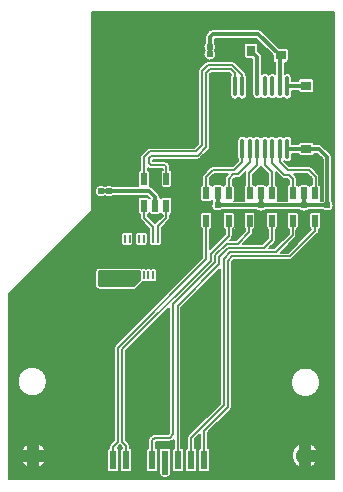
<source format=gtl>
G04 Layer: TopLayer*
G04 EasyEDA Pro v2.2.46.11, 2026-02-17 18:28:56*
G04 Gerber Generator version 0.3*
G04 Scale: 100 percent, Rotated: No, Reflected: No*
G04 Dimensions in millimeters*
G04 Leading zeros omitted, absolute positions, 4 integers and 5 decimals*
G04 Generated by one-click*
%FSLAX45Y45*%
%MOMM*%
%ADD10C,0.2032*%
%ADD11C,0.1524*%
%ADD12C,1.02108*%
%ADD13C,1.524*%
%ADD14R,0.9X0.8*%
%ADD15R,0.8X0.9*%
%ADD16R,0.532X1.07201*%
%ADD17R,0.6086X1.6*%
%ADD18R,0.6X1.6*%
%ADD19R,1.15001X2.2*%
%ADD20R,1.15001X2.49999*%
%ADD21R,1.5X1.15001*%
%ADD22R,1.15999X1.2*%
%ADD23R,1.15999X1.25001*%
%ADD24O,0.3556X1.8148*%
%ADD25O,0.35601X1.81501*%
%ADD26R,0.2X0.7*%
%ADD27C,0.61976*%
%ADD28C,0.3556*%
G75*


G04 Copper Start*
G36*
G01X1123552Y1783080D02*
G01X1127376Y1779255D01*
G01X1127376Y1716000D01*
G01X1127760Y1711584D01*
G01X1127760Y1711088D01*
G01X1077832Y1661160D01*
G01X791608Y1661160D01*
G01X782320Y1670448D01*
G01X782320Y1778872D01*
G01X786528Y1783080D01*
G01X1123552Y1783080D01*
G37*
G36*
G01X723073Y2300000D02*
G01X723073Y2463545D01*
G01X748579Y2463545D01*
G01X750247Y2450218D01*
G01X755149Y2437714D01*
G01X762982Y2426804D01*
G01X773263Y2418162D01*
G01X785357Y2412321D01*
G01X798517Y2409641D01*
G01X811932Y2410288D01*
G01X824774Y2414222D01*
G01X836249Y2421200D01*
G01X846829Y2414634D01*
G01X858630Y2410662D01*
G01X871026Y2409496D01*
G01X883361Y2411197D01*
G01X894979Y2415674D01*
G01X905265Y2422691D01*
G01X1192373Y2422691D01*
G01X1202460Y2412605D01*
G01X1197127Y2414693D01*
G01X1191444Y2415404D01*
G01X1138244Y2415404D01*
G01X1129414Y2413648D01*
G01X1121929Y2408646D01*
G01X1116927Y2401161D01*
G01X1115170Y2392331D01*
G01X1115170Y2285130D01*
G01X1116358Y2277823D01*
G01X1119799Y2271268D01*
G01X1125138Y2266140D01*
G01X1131827Y2262967D01*
G01X1131827Y2238540D01*
G01X1132959Y2229939D01*
G01X1136279Y2221923D01*
G01X1141560Y2215041D01*
G01X1209766Y2146834D01*
G01X1209766Y2059000D01*
G01X1209926Y2055743D01*
G01X1209926Y2024000D01*
G01X1211683Y2015170D01*
G01X1216684Y2007685D01*
G01X1224170Y2002683D01*
G01X1233000Y2000927D01*
G01X1253000Y2000927D01*
G01X1258129Y2001504D01*
G01X1263002Y2003208D01*
G01X1267875Y2001504D01*
G01X1273005Y2000927D01*
G01X1293005Y2000927D01*
G01X1301835Y2002683D01*
G01X1309320Y2007685D01*
G01X1314322Y2015170D01*
G01X1316078Y2024000D01*
G01X1316078Y2055743D01*
G01X1316238Y2059000D01*
G01X1316238Y2153159D01*
G01X1378742Y2215663D01*
G01X1384023Y2222546D01*
G01X1387343Y2230561D01*
G01X1388476Y2239162D01*
G01X1388476Y2263157D01*
G01X1396828Y2267941D01*
G01X1402502Y2275716D01*
G01X1404510Y2285130D01*
G01X1404510Y2392331D01*
G01X1402753Y2401161D01*
G01X1397751Y2408646D01*
G01X1390266Y2413648D01*
G01X1381436Y2415404D01*
G01X1328236Y2415404D01*
G01X1319731Y2413780D01*
G01X1312424Y2409135D01*
G01X1307344Y2402124D01*
G01X1304511Y2406703D01*
G01X1300693Y2410501D01*
G01X1300693Y2413000D01*
G01X1299301Y2423574D01*
G01X1295220Y2433427D01*
G01X1288728Y2441888D01*
G01X1238183Y2492432D01*
G01X1230475Y2498479D01*
G01X1221550Y2502517D01*
G01X1211920Y2504314D01*
G01X1213859Y2509475D01*
G01X1214518Y2514949D01*
G01X1214518Y2622150D01*
G01X1213348Y2629404D01*
G01X1209957Y2635922D01*
G01X1204689Y2641043D01*
G01X1198077Y2644249D01*
G01X1198077Y2661444D01*
G01X1199909Y2659612D01*
G01X1206792Y2654331D01*
G01X1214807Y2651011D01*
G01X1223409Y2649878D01*
G01X1322255Y2649878D01*
G01X1322255Y2644435D01*
G01X1315411Y2641331D01*
G01X1309928Y2636192D01*
G01X1306386Y2629564D01*
G01X1305162Y2622150D01*
G01X1305162Y2514949D01*
G01X1306919Y2506119D01*
G01X1311921Y2498634D01*
G01X1319406Y2493632D01*
G01X1328236Y2491876D01*
G01X1381436Y2491876D01*
G01X1390266Y2493632D01*
G01X1396339Y2497690D01*
G01X1643490Y2497690D01*
G01X1643490Y2390489D01*
G01X1645247Y2381659D01*
G01X1650249Y2374174D01*
G01X1657734Y2369172D01*
G01X1666564Y2367416D01*
G01X1719764Y2367416D01*
G01X1728269Y2369040D01*
G01X1735576Y2373685D01*
G01X1740656Y2380696D01*
G01X1744876Y2374526D01*
G01X1738334Y2363112D01*
G01X1734743Y2350457D01*
G01X1734315Y2337308D01*
G01X1737075Y2324446D01*
G01X1742860Y2312631D01*
G01X1751327Y2302563D01*
G01X1761975Y2294838D01*
G01X1774174Y2289914D01*
G01X1787201Y2288082D01*
G01X1800285Y2289451D01*
G01X1812651Y2293940D01*
G01X1823567Y2301282D01*
G01X2120212Y2301282D01*
G01X2130843Y2294085D01*
G01X2142871Y2289598D01*
G01X2155618Y2288074D01*
G01X2168366Y2289598D01*
G01X2180394Y2294085D01*
G01X2191025Y2301282D01*
G01X2191025Y2301282D01*
G01X2485222Y2301282D01*
G01X2495853Y2294085D01*
G01X2507882Y2289598D01*
G01X2520630Y2288074D01*
G01X2533377Y2289599D01*
G01X2545406Y2294086D01*
G01X2556037Y2301283D01*
G01X2682393Y2301283D01*
G01X2693597Y2293795D01*
G01X2706305Y2289311D01*
G01X2719727Y2288110D01*
G01X2733029Y2290265D01*
G01X2745385Y2295643D01*
G01X2756027Y2303909D01*
G01X2764294Y2314551D01*
G01X2769672Y2326907D01*
G01X2771827Y2340210D01*
G01X2770625Y2353632D01*
G01X2766141Y2366339D01*
G01X2758653Y2377543D01*
G01X2758653Y2748280D01*
G01X2757261Y2758854D01*
G01X2753180Y2768707D01*
G01X2746688Y2777168D01*
G01X2674447Y2849408D01*
G01X2665986Y2855901D01*
G01X2656133Y2859982D01*
G01X2645559Y2861374D01*
G01X2608068Y2861374D01*
G01X2606075Y2869938D01*
G01X2601022Y2877135D01*
G01X2593643Y2881918D01*
G01X2585011Y2883594D01*
G01X2495011Y2883594D01*
G01X2486402Y2881927D01*
G01X2479036Y2877169D01*
G01X2473978Y2870006D01*
G01X2471957Y2861473D01*
G01X2419563Y2861473D01*
G01X2419563Y2893579D01*
G01X2417646Y2905949D01*
G01X2412072Y2917158D01*
G01X2403367Y2926153D01*
G01X2392346Y2932090D01*
G01X2380046Y2934411D01*
G01X2367620Y2932899D01*
G01X2356235Y2927695D01*
G01X2346960Y2919288D01*
G01X2338056Y2927448D01*
G01X2327155Y2932648D01*
G01X2315210Y2934433D01*
G01X2303265Y2932648D01*
G01X2292364Y2927448D01*
G01X2283460Y2919288D01*
G01X2274556Y2927448D01*
G01X2263655Y2932648D01*
G01X2251710Y2934433D01*
G01X2239765Y2932648D01*
G01X2228864Y2927448D01*
G01X2219960Y2919288D01*
G01X2211056Y2927448D01*
G01X2200155Y2932648D01*
G01X2188210Y2934433D01*
G01X2176265Y2932648D01*
G01X2165364Y2927448D01*
G01X2156460Y2919288D01*
G01X2147556Y2927448D01*
G01X2136655Y2932648D01*
G01X2124710Y2934433D01*
G01X2112765Y2932648D01*
G01X2101864Y2927448D01*
G01X2092960Y2919288D01*
G01X2084056Y2927448D01*
G01X2073155Y2932648D01*
G01X2061210Y2934433D01*
G01X2049265Y2932648D01*
G01X2038364Y2927448D01*
G01X2029460Y2919288D01*
G01X2020185Y2927695D01*
G01X2008800Y2932899D01*
G01X1996374Y2934411D01*
G01X1984074Y2932090D01*
G01X1973053Y2926153D01*
G01X1964348Y2917158D01*
G01X1958774Y2905949D01*
G01X1956857Y2893579D01*
G01X1956857Y2747659D01*
G01X1958808Y2735183D01*
G01X1964477Y2723899D01*
G01X1964477Y2722676D01*
G01X1916634Y2674833D01*
G01X1747520Y2674833D01*
G01X1738919Y2673701D01*
G01X1730903Y2670381D01*
G01X1724020Y2665100D01*
G01X1669664Y2610744D01*
G01X1664383Y2603861D01*
G01X1661063Y2595845D01*
G01X1659931Y2587244D01*
G01X1659931Y2519789D01*
G01X1653319Y2516583D01*
G01X1648051Y2511462D01*
G01X1644660Y2504944D01*
G01X1643490Y2497690D01*
G01X1396339Y2497690D01*
G01X1397751Y2498634D01*
G01X1402753Y2506119D01*
G01X1404510Y2514949D01*
G01X1404510Y2622150D01*
G01X1402537Y2631485D01*
G01X1396956Y2639224D01*
G01X1388722Y2644043D01*
G01X1388722Y2668743D01*
G01X1387589Y2677345D01*
G01X1384269Y2685360D01*
G01X1378988Y2692243D01*
G01X1364619Y2706611D01*
G01X1357737Y2711893D01*
G01X1349721Y2715212D01*
G01X1341120Y2716345D01*
G01X1242273Y2716345D01*
G01X1242273Y2729945D01*
G01X1242615Y2730287D01*
G01X1620009Y2730287D01*
G01X1628611Y2731419D01*
G01X1636626Y2734739D01*
G01X1643509Y2740020D01*
G01X1715140Y2811651D01*
G01X1720421Y2818534D01*
G01X1723741Y2826549D01*
G01X1724873Y2835151D01*
G01X1724873Y3451305D01*
G01X1735375Y3461807D01*
G01X1884884Y3461807D01*
G01X1899928Y3446763D01*
G01X1895019Y3436112D01*
G01X1893336Y3424505D01*
G01X1893336Y3278605D01*
G01X1895255Y3266229D01*
G01X1900832Y3255014D01*
G01X1909543Y3246014D01*
G01X1920569Y3240075D01*
G01X1932877Y3237753D01*
G01X1945310Y3239268D01*
G01X1956700Y3244476D01*
G01X1965979Y3252888D01*
G01X1975257Y3244490D01*
G01X1986642Y3239295D01*
G01X1999065Y3237790D01*
G01X2011361Y3240115D01*
G01X2022376Y3246054D01*
G01X2031077Y3255048D01*
G01X2036647Y3266254D01*
G01X2038563Y3278621D01*
G01X2038563Y3424541D01*
G01X2036594Y3437073D01*
G01X2030875Y3448396D01*
G01X2029415Y3456233D01*
G01X2026130Y3463497D01*
G01X2021210Y3469769D01*
G01X1936879Y3554100D01*
G01X1929996Y3559381D01*
G01X1921981Y3562701D01*
G01X1913379Y3563833D01*
G01X1706880Y3563833D01*
G01X1698279Y3562701D01*
G01X1690263Y3559381D01*
G01X1683380Y3554100D01*
G01X1632580Y3503300D01*
G01X1627299Y3496417D01*
G01X1623979Y3488401D01*
G01X1622847Y3479800D01*
G01X1622847Y2863646D01*
G01X1591514Y2832313D01*
G01X1591514Y2832313D01*
G01X1214120Y2832313D01*
G01X1205519Y2831181D01*
G01X1197503Y2827861D01*
G01X1190620Y2822580D01*
G01X1141344Y2773304D01*
G01X1136063Y2766421D01*
G01X1132743Y2758405D01*
G01X1131611Y2749804D01*
G01X1131611Y2644249D01*
G01X1124999Y2641043D01*
G01X1119731Y2635922D01*
G01X1116340Y2629404D01*
G01X1115170Y2622150D01*
G01X1115170Y2514949D01*
G01X1115818Y2509521D01*
G01X1117724Y2504398D01*
G01X905265Y2504398D01*
G01X894979Y2511415D01*
G01X883361Y2515893D01*
G01X871026Y2517593D01*
G01X858630Y2516427D01*
G01X846829Y2512455D01*
G01X836249Y2505889D01*
G01X824774Y2512867D01*
G01X811932Y2516802D01*
G01X798517Y2517449D01*
G01X785357Y2514769D01*
G01X773263Y2508928D01*
G01X762982Y2500285D01*
G01X755149Y2489375D01*
G01X750247Y2476871D01*
G01X748579Y2463545D01*
G01X723073Y2463545D01*
G01X723073Y3681067D01*
G01X1668306Y3681067D01*
G01X1671634Y3666903D01*
G01X1678619Y3654139D01*
G01X1672129Y3642620D01*
G01X1668629Y3629871D01*
G01X1668328Y3616654D01*
G01X1671244Y3603759D01*
G01X1677202Y3591957D01*
G01X1685847Y3581954D01*
G01X1696661Y3574348D01*
G01X1708998Y3569595D01*
G01X1722120Y3567979D01*
G01X1735242Y3569595D01*
G01X1747579Y3574348D01*
G01X1758393Y3581954D01*
G01X1767038Y3591957D01*
G01X1772996Y3603759D01*
G01X1775912Y3616654D01*
G01X1775611Y3629871D01*
G01X1772111Y3642620D01*
G01X1765621Y3654139D01*
G01X1772606Y3666903D01*
G01X1775934Y3681067D01*
G01X1775363Y3695606D01*
G01X1770936Y3709466D01*
G01X1762973Y3721644D01*
G01X1762973Y3752183D01*
G01X1764442Y3753651D01*
G01X2116945Y3753651D01*
G01X2253498Y3617097D01*
G01X2253498Y3573000D01*
G01X2255166Y3564387D01*
G01X2259929Y3557019D01*
G01X2267098Y3551961D01*
G01X2275638Y3549946D01*
G01X2275638Y3457654D01*
G01X2264660Y3463287D01*
G01X2252502Y3465387D01*
G01X2240271Y3463760D01*
G01X2229083Y3458556D01*
G01X2219960Y3450250D01*
G01X2211095Y3458383D01*
G01X2200247Y3463581D01*
G01X2188354Y3465394D01*
G01X2176449Y3463665D01*
G01X2165563Y3458543D01*
G01X2165563Y3599341D01*
G01X2164171Y3609914D01*
G01X2160090Y3619767D01*
G01X2153598Y3628228D01*
G01X2134593Y3647233D01*
G01X2134593Y3697531D01*
G01X2132837Y3706361D01*
G01X2127835Y3713846D01*
G01X2120349Y3718848D01*
G01X2111520Y3720604D01*
G01X2031520Y3720604D01*
G01X2022690Y3718848D01*
G01X2015204Y3713846D01*
G01X2010203Y3706361D01*
G01X2008446Y3697531D01*
G01X2008446Y3607531D01*
G01X2010203Y3598701D01*
G01X2015204Y3591216D01*
G01X2022690Y3586214D01*
G01X2031520Y3584458D01*
G01X2081818Y3584458D01*
G01X2083857Y3582419D01*
G01X2083857Y3278621D01*
G01X2085774Y3266251D01*
G01X2091348Y3255042D01*
G01X2100053Y3246047D01*
G01X2111074Y3240110D01*
G01X2123374Y3237789D01*
G01X2135800Y3239301D01*
G01X2147185Y3244505D01*
G01X2156460Y3252912D01*
G01X2165364Y3244752D01*
G01X2176265Y3239552D01*
G01X2188210Y3237767D01*
G01X2200155Y3239552D01*
G01X2211056Y3244752D01*
G01X2219960Y3252912D01*
G01X2228860Y3244755D01*
G01X2239755Y3239555D01*
G01X2251695Y3237767D01*
G01X2263635Y3239547D01*
G01X2274535Y3244738D01*
G01X2283441Y3252888D01*
G01X2292350Y3244722D01*
G01X2303257Y3239518D01*
G01X2315210Y3237732D01*
G01X2327163Y3239518D01*
G01X2338070Y3244722D01*
G01X2346979Y3252888D01*
G01X2356257Y3244490D01*
G01X2367642Y3239295D01*
G01X2380065Y3237790D01*
G01X2392361Y3240115D01*
G01X2403376Y3246054D01*
G01X2412077Y3255048D01*
G01X2417647Y3266254D01*
G01X2419563Y3278621D01*
G01X2419563Y3310727D01*
G01X2472718Y3310727D01*
G01X2475830Y3303902D01*
G01X2480968Y3298435D01*
G01X2487587Y3294906D01*
G01X2494989Y3293686D01*
G01X2584989Y3293686D01*
G01X2593819Y3295443D01*
G01X2601304Y3300444D01*
G01X2606306Y3307930D01*
G01X2608062Y3316760D01*
G01X2608062Y3396760D01*
G01X2606306Y3405589D01*
G01X2601304Y3413075D01*
G01X2593819Y3418077D01*
G01X2584989Y3419833D01*
G01X2494989Y3419833D01*
G01X2486159Y3418077D01*
G01X2478674Y3413075D01*
G01X2473672Y3405589D01*
G01X2471916Y3396760D01*
G01X2471916Y3392434D01*
G01X2419563Y3392434D01*
G01X2419563Y3424541D01*
G01X2417702Y3436732D01*
G01X2412288Y3447812D01*
G01X2403814Y3456771D01*
G01X2393052Y3462794D01*
G01X2380984Y3465331D01*
G01X2368708Y3464151D01*
G01X2357344Y3459362D01*
G01X2357344Y3549927D01*
G01X2366571Y3549927D01*
G01X2375401Y3551683D01*
G01X2382886Y3556685D01*
G01X2387888Y3564171D01*
G01X2389644Y3573000D01*
G01X2389644Y3653000D01*
G01X2387888Y3661830D01*
G01X2382886Y3669316D01*
G01X2375401Y3674317D01*
G01X2366571Y3676074D01*
G01X2310072Y3676074D01*
G01X2162754Y3823392D01*
G01X2154293Y3829885D01*
G01X2144440Y3833966D01*
G01X2133867Y3835358D01*
G01X1747520Y3835358D01*
G01X1747520Y3835358D01*
G01X1736946Y3833966D01*
G01X1727093Y3829885D01*
G01X1718632Y3823392D01*
G01X1693232Y3797992D01*
G01X1686740Y3789531D01*
G01X1682659Y3779678D01*
G01X1681267Y3769105D01*
G01X1681267Y3721644D01*
G01X1673304Y3709466D01*
G01X1668877Y3695606D01*
G01X1668306Y3681067D01*
G01X723073Y3681067D01*
G01X723073Y3976927D01*
G01X2776927Y3976927D01*
G01X2776927Y23073D01*
G01X23073Y23073D01*
G01X23073Y224400D01*
G01X117486Y224400D01*
G01X119393Y203818D01*
G01X125050Y183936D01*
G01X134264Y165432D01*
G01X146721Y148937D01*
G01X161996Y135011D01*
G01X179571Y124129D01*
G01X198846Y116662D01*
G01X219165Y112864D01*
G01X239835Y112864D01*
G01X260154Y116662D01*
G01X279429Y124129D01*
G01X297003Y135011D01*
G01X312279Y148937D01*
G01X324736Y165432D01*
G01X333950Y183936D01*
G01X339607Y203818D01*
G01X341514Y224400D01*
G01X339607Y244983D01*
G01X333950Y264864D01*
G01X332535Y267706D01*
G01X851218Y267706D01*
G01X851218Y107706D01*
G01X852974Y98876D01*
G01X857976Y91391D01*
G01X865461Y86389D01*
G01X874291Y84633D01*
G01X934291Y84633D01*
G01X943121Y86389D01*
G01X950606Y91391D01*
G01X955608Y98876D01*
G01X957364Y107706D01*
G01X957364Y267706D01*
G01X956222Y274874D01*
G01X952910Y281333D01*
G01X947756Y286443D01*
G01X941269Y289699D01*
G01X962685Y311116D01*
G01X981065Y292736D01*
G01X981065Y290552D01*
G01X973274Y287975D01*
G01X966877Y282835D01*
G01X962684Y275781D01*
G01X961225Y267706D01*
G01X961225Y107706D01*
G01X962981Y98876D01*
G01X967983Y91391D01*
G01X975468Y86389D01*
G01X984298Y84633D01*
G01X1044298Y84633D01*
G01X1053128Y86389D01*
G01X1060613Y91391D01*
G01X1065615Y98876D01*
G01X1067372Y107706D01*
G01X1067372Y267706D01*
G01X1065912Y275781D01*
G01X1061719Y282835D01*
G01X1055323Y287975D01*
G01X1047532Y290552D01*
G01X1047532Y306502D01*
G01X1046399Y315103D01*
G01X1043079Y323118D01*
G01X1037798Y330001D01*
G01X1013673Y354126D01*
G01X1013673Y1109482D01*
G01X1380470Y1476279D01*
G01X1380470Y418012D01*
G01X1371611Y409153D01*
G01X1254760Y409153D01*
G01X1246159Y408021D01*
G01X1238143Y404701D01*
G01X1231260Y399420D01*
G01X1210788Y378947D01*
G01X1205507Y372064D01*
G01X1202187Y364049D01*
G01X1201054Y355448D01*
G01X1201054Y290552D01*
G01X1193263Y287975D01*
G01X1186867Y282835D01*
G01X1182674Y275781D01*
G01X1181214Y267706D01*
G01X1181214Y107706D01*
G01X1182971Y98876D01*
G01X1187972Y91391D01*
G01X1195458Y86389D01*
G01X1204288Y84633D01*
G01X1264288Y84633D01*
G01X1267280Y85228D01*
G01X1290272Y85228D01*
G01X1291661Y70845D01*
G01X1296810Y57343D01*
G01X1305352Y45687D01*
G01X1316677Y36711D01*
G01X1329974Y31055D01*
G01X1344295Y29124D01*
G01X1344295Y29124D01*
G01X1358616Y31055D01*
G01X1371913Y36711D01*
G01X1383238Y45687D01*
G01X1391780Y57343D01*
G01X1396929Y70845D01*
G01X1398318Y85228D01*
G01X1395847Y99466D01*
G01X1397368Y107706D01*
G01X1397368Y267706D01*
G01X1395612Y276536D01*
G01X1390610Y284021D01*
G01X1383125Y289023D01*
G01X1374295Y290779D01*
G01X1314295Y290779D01*
G01X1305465Y289023D01*
G01X1297980Y284021D01*
G01X1292978Y276536D01*
G01X1291222Y267706D01*
G01X1291222Y107706D01*
G01X1292743Y99466D01*
G01X1290272Y85228D01*
G01X1267280Y85228D01*
G01X1273117Y86389D01*
G01X1280603Y91391D01*
G01X1285605Y98876D01*
G01X1287361Y107706D01*
G01X1287361Y267706D01*
G01X1285902Y275781D01*
G01X1281709Y282835D01*
G01X1275312Y287975D01*
G01X1267521Y290552D01*
G01X1267521Y341682D01*
G01X1268526Y342687D01*
G01X1385377Y342687D01*
G01X1393978Y343819D01*
G01X1401994Y347139D01*
G01X1408876Y352420D01*
G01X1415989Y359533D01*
G01X1415989Y289229D01*
G01X1408251Y284281D01*
G01X1403057Y276707D01*
G01X1401229Y267706D01*
G01X1401229Y107706D01*
G01X1402985Y98876D01*
G01X1407987Y91391D01*
G01X1415473Y86389D01*
G01X1424302Y84633D01*
G01X1484302Y84633D01*
G01X1493132Y86389D01*
G01X1500618Y91391D01*
G01X1505619Y98876D01*
G01X1507376Y107706D01*
G01X1507376Y267706D01*
G01X1505619Y276536D01*
G01X1500618Y284021D01*
G01X1493132Y289023D01*
G01X1484302Y290779D01*
G01X1482456Y290779D01*
G01X1482456Y1477801D01*
G01X1805645Y1800990D01*
G01X1805645Y663356D01*
G01X1540810Y398521D01*
G01X1535529Y391639D01*
G01X1532209Y383623D01*
G01X1531076Y375022D01*
G01X1531076Y290552D01*
G01X1523285Y287975D01*
G01X1516889Y282835D01*
G01X1512696Y275781D01*
G01X1511237Y267706D01*
G01X1511237Y107706D01*
G01X1512993Y98876D01*
G01X1517995Y91391D01*
G01X1525480Y86389D01*
G01X1534310Y84633D01*
G01X1594310Y84633D01*
G01X1603140Y86389D01*
G01X1610625Y91391D01*
G01X1615627Y98876D01*
G01X1617383Y107706D01*
G01X1617383Y267706D01*
G01X1615924Y275781D01*
G01X1611731Y282835D01*
G01X1605334Y287975D01*
G01X1597543Y290552D01*
G01X1597543Y361256D01*
G01X1641058Y404771D01*
G01X1641058Y290552D01*
G01X1633267Y287975D01*
G01X1626871Y282835D01*
G01X1622678Y275781D01*
G01X1621219Y267706D01*
G01X1621219Y107706D01*
G01X1622975Y98876D01*
G01X1627977Y91391D01*
G01X1635462Y86389D01*
G01X1644292Y84633D01*
G01X1704292Y84633D01*
G01X1713122Y86389D01*
G01X1720607Y91391D01*
G01X1725609Y98876D01*
G01X1727365Y107706D01*
G01X1727365Y224400D01*
G01X2417576Y224400D01*
G01X2419483Y203818D01*
G01X2425140Y183936D01*
G01X2434354Y165432D01*
G01X2446810Y148937D01*
G01X2462086Y135011D01*
G01X2479661Y124129D01*
G01X2498936Y116662D01*
G01X2519254Y112864D01*
G01X2539925Y112864D01*
G01X2560244Y116662D01*
G01X2579519Y124129D01*
G01X2597093Y135011D01*
G01X2612369Y148937D01*
G01X2624826Y165432D01*
G01X2634040Y183936D01*
G01X2639697Y203818D01*
G01X2641604Y224400D01*
G01X2639697Y244983D01*
G01X2634040Y264864D01*
G01X2624826Y283368D01*
G01X2612369Y299863D01*
G01X2597093Y313789D01*
G01X2579519Y324671D01*
G01X2560244Y332138D01*
G01X2539925Y335936D01*
G01X2519254Y335936D01*
G01X2498936Y332138D01*
G01X2479661Y324671D01*
G01X2462086Y313789D01*
G01X2446810Y299863D01*
G01X2434354Y283368D01*
G01X2425140Y264864D01*
G01X2419483Y244983D01*
G01X2417576Y224400D01*
G01X2417576Y224400D01*
G01X1727365Y224400D01*
G01X1727365Y267706D01*
G01X1725906Y275781D01*
G01X1721713Y282835D01*
G01X1715316Y287975D01*
G01X1707525Y290552D01*
G01X1707525Y421006D01*
G01X1897898Y611379D01*
G01X1903179Y618261D01*
G01X1906499Y626277D01*
G01X1907631Y634878D01*
G01X1907631Y844600D01*
G01X2407927Y844600D01*
G01X2409821Y822951D01*
G01X2415445Y801959D01*
G01X2424630Y782263D01*
G01X2437095Y764462D01*
G01X2452461Y749095D01*
G01X2470263Y736630D01*
G01X2489959Y727445D01*
G01X2510951Y721821D01*
G01X2532600Y719927D01*
G01X2554249Y721821D01*
G01X2575241Y727445D01*
G01X2594937Y736630D01*
G01X2612738Y749095D01*
G01X2628105Y764462D01*
G01X2640570Y782263D01*
G01X2649755Y801959D01*
G01X2655379Y822951D01*
G01X2657273Y844600D01*
G01X2655379Y866249D01*
G01X2649755Y887241D01*
G01X2640570Y906937D01*
G01X2628105Y924739D01*
G01X2612738Y940105D01*
G01X2594937Y952570D01*
G01X2575241Y961755D01*
G01X2554249Y967379D01*
G01X2532600Y969273D01*
G01X2510951Y967379D01*
G01X2489959Y961755D01*
G01X2470263Y952570D01*
G01X2452461Y940105D01*
G01X2437095Y924739D01*
G01X2424630Y906937D01*
G01X2415445Y887241D01*
G01X2409821Y866249D01*
G01X2407927Y844600D01*
G01X2407927Y844600D01*
G01X1907631Y844600D01*
G01X1907631Y1861769D01*
G01X1922872Y1877009D01*
G01X2397355Y1877009D01*
G01X2405956Y1878142D01*
G01X2413971Y1881462D01*
G01X2420854Y1886743D01*
G01X2639700Y2105588D01*
G01X2644981Y2112471D01*
G01X2648301Y2120487D01*
G01X2649433Y2129088D01*
G01X2649433Y2139087D01*
G01X2657247Y2144017D01*
G01X2662500Y2151618D01*
G01X2664350Y2160670D01*
G01X2664350Y2267871D01*
G01X2662593Y2276701D01*
G01X2657591Y2284186D01*
G01X2650106Y2289188D01*
G01X2641276Y2290944D01*
G01X2588076Y2290944D01*
G01X2579246Y2289188D01*
G01X2571761Y2284186D01*
G01X2566759Y2276701D01*
G01X2565002Y2267871D01*
G01X2565002Y2160670D01*
G01X2566780Y2151788D01*
G01X2571840Y2144275D01*
G01X2579402Y2139289D01*
G01X2383589Y1943476D01*
G01X2325755Y1943476D01*
G01X2446660Y2064380D01*
G01X2451941Y2071263D01*
G01X2455261Y2079279D01*
G01X2456393Y2087880D01*
G01X2456393Y2138169D01*
G01X2463544Y2141123D01*
G01X2469316Y2146274D01*
G01X2473061Y2153043D01*
G01X2474358Y2160670D01*
G01X2474358Y2267871D01*
G01X2472601Y2276701D01*
G01X2467599Y2284186D01*
G01X2460114Y2289188D01*
G01X2451284Y2290944D01*
G01X2398084Y2290944D01*
G01X2389254Y2289188D01*
G01X2381769Y2284186D01*
G01X2376767Y2276701D01*
G01X2375010Y2267871D01*
G01X2375010Y2160670D01*
G01X2376860Y2151618D01*
G01X2382113Y2144017D01*
G01X2389927Y2139087D01*
G01X2389927Y2101646D01*
G01X2267276Y1978995D01*
G01X2224114Y1978995D01*
G01X2272416Y2027296D01*
G01X2277697Y2034179D01*
G01X2281017Y2042195D01*
G01X2282149Y2050796D01*
G01X2282149Y2138571D01*
G01X2288761Y2141777D01*
G01X2294029Y2146898D01*
G01X2297420Y2153416D01*
G01X2298590Y2160670D01*
G01X2298590Y2267871D01*
G01X2296833Y2276701D01*
G01X2291831Y2284186D01*
G01X2284346Y2289188D01*
G01X2275516Y2290944D01*
G01X2222316Y2290944D01*
G01X2213486Y2289188D01*
G01X2206001Y2284186D01*
G01X2200999Y2276701D01*
G01X2199242Y2267871D01*
G01X2199242Y2160670D01*
G01X2200412Y2153416D01*
G01X2203803Y2146898D01*
G01X2209071Y2141777D01*
G01X2215683Y2138571D01*
G01X2215683Y2064562D01*
G01X2165636Y2014515D01*
G01X2005634Y2014515D01*
G01X2080900Y2089780D01*
G01X2086181Y2096663D01*
G01X2089501Y2104679D01*
G01X2090633Y2113280D01*
G01X2090633Y2138169D01*
G01X2097784Y2141123D01*
G01X2103556Y2146274D01*
G01X2107301Y2153043D01*
G01X2108598Y2160670D01*
G01X2108598Y2267871D01*
G01X2106841Y2276701D01*
G01X2101839Y2284186D01*
G01X2094354Y2289188D01*
G01X2085524Y2290944D01*
G01X2032324Y2290944D01*
G01X2023494Y2289188D01*
G01X2016009Y2284186D01*
G01X2011007Y2276701D01*
G01X2009250Y2267871D01*
G01X2009250Y2160670D01*
G01X2011100Y2151618D01*
G01X2016353Y2144017D01*
G01X2024167Y2139087D01*
G01X2024167Y2127046D01*
G01X1947155Y2050034D01*
G01X1894969Y2050034D01*
G01X1906656Y2061720D01*
G01X1911937Y2068603D01*
G01X1915257Y2076618D01*
G01X1916389Y2085220D01*
G01X1916389Y2138571D01*
G01X1923001Y2141777D01*
G01X1928269Y2146898D01*
G01X1931660Y2153416D01*
G01X1932830Y2160670D01*
G01X1932830Y2267871D01*
G01X1931073Y2276701D01*
G01X1926071Y2284186D01*
G01X1918586Y2289188D01*
G01X1909756Y2290944D01*
G01X1856556Y2290944D01*
G01X1847726Y2289188D01*
G01X1840241Y2284186D01*
G01X1835239Y2276701D01*
G01X1833482Y2267871D01*
G01X1833482Y2160670D01*
G01X1834652Y2153416D01*
G01X1838043Y2146898D01*
G01X1843311Y2141777D01*
G01X1849923Y2138571D01*
G01X1849923Y2098986D01*
G01X1726397Y1975460D01*
G01X1726397Y2138571D01*
G01X1733009Y2141777D01*
G01X1738277Y2146898D01*
G01X1741668Y2153416D01*
G01X1742838Y2160670D01*
G01X1742838Y2267871D01*
G01X1741081Y2276701D01*
G01X1736079Y2284186D01*
G01X1728594Y2289188D01*
G01X1719764Y2290944D01*
G01X1666564Y2290944D01*
G01X1657734Y2289188D01*
G01X1650249Y2284186D01*
G01X1645247Y2276701D01*
G01X1643490Y2267871D01*
G01X1643490Y2160670D01*
G01X1644660Y2153416D01*
G01X1648051Y2146898D01*
G01X1653319Y2141777D01*
G01X1659931Y2138571D01*
G01X1659931Y1899970D01*
G01X921421Y1161460D01*
G01X921421Y1161460D01*
G01X916140Y1154577D01*
G01X912820Y1146562D01*
G01X911687Y1137961D01*
G01X911687Y354116D01*
G01X880791Y323220D01*
G01X875510Y316337D01*
G01X872190Y308321D01*
G01X871057Y299720D01*
G01X871057Y290552D01*
G01X863266Y287975D01*
G01X856870Y282835D01*
G01X852677Y275781D01*
G01X851218Y267706D01*
G01X332535Y267706D01*
G01X324736Y283368D01*
G01X312279Y299863D01*
G01X297003Y313789D01*
G01X279429Y324671D01*
G01X260154Y332138D01*
G01X239835Y335936D01*
G01X219165Y335936D01*
G01X198846Y332138D01*
G01X179571Y324671D01*
G01X161996Y313789D01*
G01X146721Y299863D01*
G01X134264Y283368D01*
G01X125050Y264864D01*
G01X119393Y244983D01*
G01X117486Y224400D01*
G01X117486Y224400D01*
G01X23073Y224400D01*
G01X23073Y851700D01*
G01X94627Y851700D01*
G01X96521Y830051D01*
G01X102145Y809059D01*
G01X111330Y789363D01*
G01X123795Y771562D01*
G01X139162Y756195D01*
G01X156963Y743730D01*
G01X176659Y734545D01*
G01X197651Y728921D01*
G01X219300Y727027D01*
G01X240949Y728921D01*
G01X261941Y734545D01*
G01X281637Y743730D01*
G01X299439Y756195D01*
G01X314805Y771562D01*
G01X327270Y789363D01*
G01X336455Y809059D01*
G01X342079Y830051D01*
G01X343973Y851700D01*
G01X342079Y873349D01*
G01X336455Y894341D01*
G01X327270Y914037D01*
G01X314805Y931839D01*
G01X299439Y947205D01*
G01X281637Y959670D01*
G01X261941Y968855D01*
G01X240949Y974479D01*
G01X219300Y976373D01*
G01X197651Y974479D01*
G01X176659Y968855D01*
G01X156963Y959670D01*
G01X139162Y947205D01*
G01X123795Y931839D01*
G01X111330Y914037D01*
G01X102145Y894341D01*
G01X96521Y873349D01*
G01X94627Y851700D01*
G01X94627Y851700D01*
G01X23073Y851700D01*
G01X23073Y1590443D01*
G01X193630Y1761000D01*
G01X746261Y1761000D01*
G01X746972Y1752260D01*
G01X749087Y1743750D01*
G01X749087Y1688874D01*
G01X748579Y1681480D01*
G01X749087Y1674086D01*
G01X749087Y1666240D01*
G01X750843Y1657410D01*
G01X755845Y1649925D01*
G01X771085Y1634685D01*
G01X778570Y1629683D01*
G01X787400Y1627927D01*
G01X795246Y1627927D01*
G01X810034Y1627927D01*
G01X866366Y1627927D01*
G01X881154Y1627927D01*
G01X1082040Y1627927D01*
G01X1090870Y1629683D01*
G01X1098355Y1634685D01*
G01X1154235Y1690565D01*
G01X1156296Y1692927D01*
G01X1172990Y1692927D01*
G01X1178119Y1693504D01*
G01X1182992Y1695207D01*
G01X1187865Y1693504D01*
G01X1192995Y1692927D01*
G01X1212995Y1692927D01*
G01X1218124Y1693504D01*
G01X1222997Y1695207D01*
G01X1227870Y1693504D01*
G01X1233000Y1692927D01*
G01X1253000Y1692927D01*
G01X1261830Y1694683D01*
G01X1269315Y1699685D01*
G01X1274317Y1707170D01*
G01X1276073Y1716000D01*
G01X1276073Y1786000D01*
G01X1274317Y1794830D01*
G01X1269315Y1802315D01*
G01X1261830Y1807317D01*
G01X1253000Y1809073D01*
G01X1233000Y1809073D01*
G01X1227870Y1808496D01*
G01X1222997Y1806792D01*
G01X1218124Y1808496D01*
G01X1212995Y1809073D01*
G01X1192995Y1809073D01*
G01X1187865Y1808496D01*
G01X1182992Y1806792D01*
G01X1178119Y1808496D01*
G01X1172990Y1809073D01*
G01X1152990Y1809073D01*
G01X1145730Y1807901D01*
G01X1144075Y1809555D01*
G01X1136590Y1814557D01*
G01X1127760Y1816313D01*
G01X782320Y1816313D01*
G01X773490Y1814557D01*
G01X766005Y1809555D01*
G01X755845Y1799395D01*
G01X750843Y1791910D01*
G01X749087Y1783080D01*
G01X749087Y1778249D01*
G01X746972Y1769739D01*
G01X746261Y1761000D01*
G01X746261Y1761000D01*
G01X193630Y1761000D01*
G01X456631Y2024000D01*
G01X969922Y2024000D01*
G01X971678Y2015170D01*
G01X976680Y2007685D01*
G01X984165Y2002683D01*
G01X992995Y2000927D01*
G01X1012995Y2000927D01*
G01X1018125Y2001504D01*
G01X1022998Y2003208D01*
G01X1027871Y2001504D01*
G01X1033000Y2000927D01*
G01X1033000Y2000927D01*
G01X1053000Y2000927D01*
G01X1061830Y2002683D01*
G01X1069316Y2007685D01*
G01X1074317Y2015170D01*
G01X1076074Y2024000D01*
G01X1089937Y2024000D01*
G01X1091693Y2015170D01*
G01X1096695Y2007685D01*
G01X1104180Y2002683D01*
G01X1113010Y2000927D01*
G01X1133010Y2000927D01*
G01X1138133Y2001503D01*
G01X1143000Y2003202D01*
G01X1147867Y2001503D01*
G01X1152990Y2000927D01*
G01X1152990Y2000927D01*
G01X1172990Y2000927D01*
G01X1181820Y2002683D01*
G01X1189305Y2007685D01*
G01X1194307Y2015170D01*
G01X1196063Y2024000D01*
G01X1196063Y2094000D01*
G01X1194307Y2102830D01*
G01X1189305Y2110315D01*
G01X1181820Y2115317D01*
G01X1172990Y2117073D01*
G01X1152990Y2117073D01*
G01X1147867Y2116498D01*
G01X1143000Y2114799D01*
G01X1138133Y2116498D01*
G01X1133010Y2117073D01*
G01X1113010Y2117073D01*
G01X1104180Y2115317D01*
G01X1096695Y2110315D01*
G01X1091693Y2102830D01*
G01X1089937Y2094000D01*
G01X1089937Y2024000D01*
G01X1076074Y2024000D01*
G01X1076074Y2094000D01*
G01X1074317Y2102830D01*
G01X1069316Y2110315D01*
G01X1061830Y2115317D01*
G01X1053000Y2117073D01*
G01X1033000Y2117073D01*
G01X1027871Y2116496D01*
G01X1022998Y2114793D01*
G01X1018125Y2116496D01*
G01X1012995Y2117073D01*
G01X992995Y2117073D01*
G01X984165Y2115317D01*
G01X976680Y2110315D01*
G01X971678Y2102830D01*
G01X969922Y2094000D01*
G01X969922Y2024000D01*
G01X456631Y2024000D01*
G01X716315Y2283685D01*
G01X721317Y2291170D01*
G01X723073Y2300000D01*
G37*
G36*
G01X1198293Y2252306D02*
G01X1198293Y2263097D01*
G01X1206615Y2267746D01*
G01X1212348Y2275362D01*
G01X1217428Y2268351D01*
G01X1224735Y2263707D01*
G01X1233240Y2262082D01*
G01X1286440Y2262082D01*
G01X1294945Y2263707D01*
G01X1302252Y2268351D01*
G01X1307332Y2275362D01*
G01X1310949Y2269848D01*
G01X1315978Y2265582D01*
G01X1322009Y2262913D01*
G01X1322009Y2252928D01*
G01X1259840Y2190759D01*
G01X1198293Y2252306D01*
G37*
G36*
G01X1875568Y2608367D02*
G01X1859656Y2592456D01*
G01X1854375Y2585573D01*
G01X1851055Y2577557D01*
G01X1849923Y2568956D01*
G01X1849923Y2519789D01*
G01X1844060Y2517087D01*
G01X1839176Y2512866D01*
G01X1835652Y2507458D01*
G01X1830572Y2514469D01*
G01X1823265Y2519113D01*
G01X1814760Y2520738D01*
G01X1761560Y2520738D01*
G01X1753055Y2519113D01*
G01X1745748Y2514469D01*
G01X1740668Y2507458D01*
G01X1737144Y2512866D01*
G01X1732260Y2517087D01*
G01X1726397Y2519789D01*
G01X1726397Y2573478D01*
G01X1761286Y2608367D01*
G01X1875568Y2608367D01*
G37*
G36*
G01X2024878Y2623039D02*
G01X2024167Y2616200D01*
G01X2024167Y2519273D01*
G01X2016353Y2514343D01*
G01X2011100Y2506742D01*
G01X2009250Y2497690D01*
G01X2009250Y2390489D01*
G01X2010504Y2382989D01*
G01X1931576Y2382989D01*
G01X1932830Y2390489D01*
G01X1932830Y2497690D01*
G01X1931660Y2504944D01*
G01X1928269Y2511462D01*
G01X1923001Y2516583D01*
G01X1916389Y2519789D01*
G01X1916389Y2555190D01*
G01X1934006Y2572807D01*
G01X1960880Y2572807D01*
G01X1969481Y2573939D01*
G01X1977497Y2577259D01*
G01X1984380Y2582540D01*
G01X2024878Y2623039D01*
G37*
G36*
G01X2090633Y2520191D02*
G01X2090633Y2602434D01*
G01X2148210Y2660010D01*
G01X2153169Y2666348D01*
G01X2156460Y2673692D01*
G01X2159751Y2666348D01*
G01X2164710Y2660010D01*
G01X2217207Y2607514D01*
G01X2217207Y2520191D01*
G01X2210716Y2517636D01*
G01X2205286Y2513258D01*
G01X2201412Y2507458D01*
G01X2196332Y2514469D01*
G01X2189025Y2519113D01*
G01X2180520Y2520738D01*
G01X2127320Y2520738D01*
G01X2118815Y2519113D01*
G01X2111508Y2514469D01*
G01X2106428Y2507458D01*
G01X2102554Y2513258D01*
G01X2097124Y2517636D01*
G01X2090633Y2520191D01*
G37*
G36*
G01X2298590Y2390489D02*
G01X2298590Y2497690D01*
G01X2296740Y2506742D01*
G01X2291487Y2514343D01*
G01X2283673Y2519273D01*
G01X2283673Y2621280D01*
G01X2283648Y2622582D01*
G01X2329683Y2576546D01*
G01X2336566Y2571265D01*
G01X2344582Y2567945D01*
G01X2353183Y2566812D01*
G01X2380057Y2566812D01*
G01X2395007Y2551863D01*
G01X2395007Y2520557D01*
G01X2387163Y2518015D01*
G01X2380715Y2512878D01*
G01X2376484Y2505802D01*
G01X2375010Y2497690D01*
G01X2375010Y2390489D01*
G01X2376264Y2382989D01*
G01X2297336Y2382989D01*
G01X2298590Y2390489D01*
G37*
G36*
G01X2664350Y2390489D02*
G01X2664350Y2497690D01*
G01X2662694Y2506272D01*
G01X2657965Y2513623D01*
G01X2650841Y2518688D01*
G01X2650841Y2587244D01*
G01X2649708Y2595845D01*
G01X2646388Y2603861D01*
G01X2641107Y2610744D01*
G01X2586751Y2665100D01*
G01X2579868Y2670381D01*
G01X2571853Y2673701D01*
G01X2563251Y2674833D01*
G01X2394137Y2674833D01*
G01X2353304Y2715666D01*
G01X2363144Y2709887D01*
G01X2374198Y2707056D01*
G01X2385605Y2707392D01*
G01X2396473Y2710870D01*
G01X2405956Y2717218D01*
G01X2413313Y2725941D01*
G01X2417970Y2736359D01*
G01X2419563Y2747659D01*
G01X2419563Y2779766D01*
G01X2471950Y2779766D01*
G01X2473917Y2771170D01*
G01X2478965Y2763940D01*
G01X2486356Y2759132D01*
G01X2495011Y2757447D01*
G01X2585011Y2757447D01*
G01X2593643Y2759123D01*
G01X2601022Y2763906D01*
G01X2606075Y2771103D01*
G01X2608068Y2779667D01*
G01X2628637Y2779667D01*
G01X2676947Y2731358D01*
G01X2676947Y2382990D01*
G01X2663097Y2382990D01*
G01X2664350Y2390489D01*
G37*
G36*
G01X2549485Y2608367D02*
G01X2584374Y2573478D01*
G01X2584374Y2520464D01*
G01X2577312Y2518099D01*
G01X2571372Y2513607D01*
G01X2567172Y2507458D01*
G01X2562092Y2514469D01*
G01X2554785Y2519113D01*
G01X2546280Y2520738D01*
G01X2493080Y2520738D01*
G01X2484575Y2519113D01*
G01X2477268Y2514469D01*
G01X2472188Y2507458D01*
G01X2467764Y2513839D01*
G01X2461473Y2518392D01*
G01X2461473Y2565629D01*
G01X2460341Y2574230D01*
G01X2457021Y2582245D01*
G01X2451740Y2589128D01*
G01X2432501Y2608367D01*
G01X2549485Y2608367D01*
G37*
G54D10*
G01X1123552Y1783080D02*
G01X1127376Y1779255D01*
G01X1127376Y1716000D01*
G03X1127760Y1711584I25613J0D01*
G01X1127760Y1711088D01*
G01X1077832Y1661160D01*
G01X791608Y1661160D01*
G01X782320Y1670448D01*
G01X782320Y1778872D01*
G01X786528Y1783080D01*
G01X1123552Y1783080D01*
G54D11*
G01X723073Y2300000D02*
G01X723073Y3976927D01*
G01X2776927Y3976927D01*
G01X2776927Y23073D01*
G01X23073Y23073D01*
G01X23073Y1590443D01*
G01X716315Y2283685D01*
G03X723073Y2300000I-16315J16315D01*
G01X94627Y851700D02*
G03X343973Y851700I124673J0D01*
G03X94627Y851700I-124673J0D01*
G01X117486Y224400D02*
G03X341514Y224400I112014J0D01*
G03X117486Y224400I-112014J0D01*
G01X746261Y1761000D02*
G03X749087Y1743750I54061J0D01*
G01X749087Y1688874D01*
G03X748579Y1681480I53553J-7394D01*
G03X749087Y1674086I54061J0D01*
G01X749087Y1666240D01*
G03X755845Y1649925I23073J0D01*
G01X771085Y1634685D01*
G03X787400Y1627927I16315J16315D01*
G01X795246Y1627927D01*
G03X810034Y1627927I7394J53553D01*
G01X866366Y1627927D01*
G03X881154Y1627927I7394J53553D01*
G01X1082040Y1627927D01*
G03X1098355Y1634685I0J23073D01*
G01X1154235Y1690565D01*
G03X1156296Y1692927I-16315J16315D01*
G01X1172990Y1692927D01*
G03X1182992Y1695207I0J23073D01*
G03X1192995Y1692927I10003J20793D01*
G01X1212995Y1692927D01*
G03X1222997Y1695207I0J23073D01*
G03X1233000Y1692927I10003J20793D01*
G01X1253000Y1692927D01*
G03X1276073Y1716000I0J23073D01*
G01X1276073Y1786000D01*
G03X1253000Y1809073I-23073J0D01*
G01X1233000Y1809073D01*
G03X1222997Y1806792I0J-23073D01*
G03X1212995Y1809073I-10003J-20793D01*
G01X1192995Y1809073D01*
G03X1182992Y1806792I0J-23073D01*
G03X1172990Y1809073I-10003J-20793D01*
G01X1152990Y1809073D01*
G03X1145730Y1807901I0J-23073D01*
G01X1144075Y1809555D01*
G03X1127760Y1816313I-16315J-16315D01*
G01X782320Y1816313D01*
G03X766005Y1809555I0J-23073D01*
G01X755845Y1799395D01*
G03X749087Y1783080I16315J-16315D01*
G01X749087Y1778249D01*
G03X746261Y1761000I51236J-17249D01*
G01X1591514Y2832313D02*
G01X1214120Y2832313D01*
G03X1190620Y2822580I0J-33233D01*
G01X1141344Y2773304D01*
G03X1131611Y2749804I23500J-23500D01*
G01X1131611Y2644249D01*
G03X1115170Y2622150I6633J-22099D01*
G01X1115170Y2514949D01*
G03X1117724Y2504398I23073J0D01*
G01X905265Y2504398D01*
G03X836249Y2505889I-35407J-40853D01*
G03X748579Y2463545I-33609J-42344D01*
G03X836249Y2421200I54061J0D01*
G03X905265Y2422691I33609J42344D01*
G01X1192373Y2422691D01*
G01X1202460Y2412605D01*
G03X1191444Y2415404I-11016J-20274D01*
G01X1138244Y2415404D01*
G03X1115170Y2392331I0J-23073D01*
G01X1115170Y2285130D01*
G03X1131827Y2262967I23073J0D01*
G01X1131827Y2238540D01*
G03X1141560Y2215041I33233J0D01*
G01X1209766Y2146834D01*
G01X1209766Y2059000D01*
G03X1209926Y2055743I33233J0D01*
G01X1209926Y2024000D01*
G03X1233000Y2000927I23073J0D01*
G01X1253000Y2000927D01*
G03X1263002Y2003208I0J23073D01*
G03X1273005Y2000927I10003J20793D01*
G01X1293005Y2000927D01*
G03X1316078Y2024000I0J23073D01*
G01X1316078Y2055743D01*
G03X1316238Y2059000I-33073J3257D01*
G01X1316238Y2153159D01*
G01X1378742Y2215663D01*
G03X1388476Y2239162I-23500J23500D01*
G01X1388476Y2263157D01*
G03X1404510Y2285130I-7040J21973D01*
G01X1404510Y2392331D01*
G03X1381436Y2415404I-23073J0D01*
G01X1328236Y2415404D01*
G03X1307344Y2402124I0J-23073D01*
G03X1300693Y2410501I-20904J-9768D01*
G01X1300693Y2413000D01*
G03X1288728Y2441888I-40853J0D01*
G01X1238183Y2492432D01*
G03X1211920Y2504314I-28888J-28888D01*
G03X1214518Y2514949I-20476J10636D01*
G01X1214518Y2622150D01*
G03X1198077Y2644249I-23073J0D01*
G01X1198077Y2661444D01*
G01X1199909Y2659612D01*
G03X1223409Y2649878I23500J23500D01*
G01X1322255Y2649878D01*
G01X1322255Y2644435D01*
G03X1305162Y2622150I5981J-22285D01*
G01X1305162Y2514949D01*
G03X1328236Y2491876I23073J0D01*
G01X1381436Y2491876D01*
G03X1404510Y2514949I0J23073D01*
G01X1404510Y2622150D01*
G03X1388722Y2644043I-23073J0D01*
G01X1388722Y2668743D01*
G03X1378988Y2692243I-33233J0D01*
G01X1364619Y2706611D01*
G03X1341120Y2716345I-23499J-23500D01*
G01X1242273Y2716345D01*
G01X1242273Y2729945D01*
G01X1242615Y2730287D01*
G01X1620009Y2730287D01*
G03X1643509Y2740020I0J33233D01*
G01X1715140Y2811651D01*
G03X1724873Y2835151I-23500J23500D01*
G01X1724873Y3451305D01*
G01X1735375Y3461807D01*
G01X1884884Y3461807D01*
G01X1899928Y3446763D01*
G03X1893336Y3424505I34282J-22258D01*
G01X1893336Y3278605D01*
G03X1965979Y3252888I40874J0D01*
G03X2038563Y3278621I31731J25732D01*
G01X2038563Y3424541D01*
G03X2030875Y3448396I-40853J0D01*
G03X2021210Y3469769I-33165J-2127D01*
G01X1936879Y3554100D01*
G03X1913379Y3563833I-23500J-23500D01*
G01X1706880Y3563833D01*
G03X1683380Y3554100I0J-33233D01*
G01X1632580Y3503300D01*
G03X1622847Y3479800I23500J-23500D01*
G01X1622847Y2863646D01*
G01X1591514Y2832313D01*
G01X921421Y1161460D02*
G03X911687Y1137961I23500J-23500D01*
G01X911687Y354116D01*
G01X880791Y323220D01*
G03X871057Y299720I23500J-23500D01*
G01X871057Y290552D01*
G03X851218Y267706I3233J-22846D01*
G01X851218Y107706D01*
G03X874291Y84633I23073J0D01*
G01X934291Y84633D01*
G03X957364Y107706I0J23073D01*
G01X957364Y267706D01*
G03X941269Y289699I-23073J0D01*
G01X962685Y311116D01*
G01X981065Y292736D01*
G01X981065Y290552D01*
G03X961225Y267706I3233J-22846D01*
G01X961225Y107706D01*
G03X984298Y84633I23073J0D01*
G01X1044298Y84633D01*
G03X1067372Y107706I0J23073D01*
G01X1067372Y267706D01*
G03X1047532Y290552I-23073J0D01*
G01X1047532Y306502D01*
G03X1037798Y330001I-33233J0D01*
G01X1013673Y354126D01*
G01X1013673Y1109482D01*
G01X1380470Y1476279D01*
G01X1380470Y418012D01*
G01X1371611Y409153D01*
G01X1254760Y409153D01*
G03X1231260Y399420I0J-33233D01*
G01X1210788Y378947D01*
G03X1201054Y355448I23500J-23500D01*
G01X1201054Y290552D01*
G03X1181214Y267706I3233J-22846D01*
G01X1181214Y107706D01*
G03X1204288Y84633I23073J0D01*
G01X1264288Y84633D01*
G03X1287361Y107706I0J23073D01*
G01X1287361Y267706D01*
G03X1267521Y290552I-23073J0D01*
G01X1267521Y341682D01*
G01X1268526Y342687D01*
G01X1385377Y342687D01*
G03X1408876Y352420I0J33233D01*
G01X1415989Y359533D01*
G01X1415989Y289229D01*
G03X1401229Y267706I8313J-21524D01*
G01X1401229Y107706D01*
G03X1424302Y84633I23073J0D01*
G01X1484302Y84633D01*
G03X1507376Y107706I0J23073D01*
G01X1507376Y267706D01*
G03X1484302Y290779I-23073J0D01*
G01X1482456Y290779D01*
G01X1482456Y1477801D01*
G01X1805645Y1800990D01*
G01X1805645Y663356D01*
G01X1540810Y398521D01*
G03X1531076Y375022I23500J-23500D01*
G01X1531076Y290552D01*
G03X1511237Y267706I3233J-22846D01*
G01X1511237Y107706D01*
G03X1534310Y84633I23073J0D01*
G01X1594310Y84633D01*
G03X1617383Y107706I0J23073D01*
G01X1617383Y267706D01*
G03X1597543Y290552I-23073J0D01*
G01X1597543Y361256D01*
G01X1641058Y404771D01*
G01X1641058Y290552D01*
G03X1621219Y267706I3233J-22846D01*
G01X1621219Y107706D01*
G03X1644292Y84633I23073J0D01*
G01X1704292Y84633D01*
G03X1727365Y107706I0J23073D01*
G01X1727365Y267706D01*
G03X1707525Y290552I-23073J0D01*
G01X1707525Y421006D01*
G01X1897898Y611379D01*
G03X1907631Y634878I-23500J23500D01*
G01X1907631Y1861769D01*
G01X1922872Y1877009D01*
G01X2397355Y1877009D01*
G03X2420854Y1886743I0J33233D01*
G01X2639700Y2105588D01*
G03X2649433Y2129088I-23500J23500D01*
G01X2649433Y2139087D01*
G03X2664350Y2160670I-8157J21583D01*
G01X2664350Y2267871D01*
G03X2641276Y2290944I-23073J0D01*
G01X2588076Y2290944D01*
G03X2565002Y2267871I0J-23073D01*
G01X2565002Y2160670D01*
G03X2579402Y2139289I23073J0D01*
G01X2383589Y1943476D01*
G01X2325755Y1943476D01*
G01X2446660Y2064380D01*
G03X2456393Y2087880I-23500J23500D01*
G01X2456393Y2138169D01*
G03X2474358Y2160670I-5109J22501D01*
G01X2474358Y2267871D01*
G03X2451284Y2290944I-23073J0D01*
G01X2398084Y2290944D01*
G03X2375010Y2267871I0J-23073D01*
G01X2375010Y2160670D01*
G03X2389927Y2139087I23073J0D01*
G01X2389927Y2101646D01*
G01X2267276Y1978995D01*
G01X2224114Y1978995D01*
G01X2272416Y2027296D01*
G03X2282149Y2050796I-23500J23500D01*
G01X2282149Y2138571D01*
G03X2298590Y2160670I-6633J22099D01*
G01X2298590Y2267871D01*
G03X2275516Y2290944I-23073J0D01*
G01X2222316Y2290944D01*
G03X2199242Y2267871I0J-23073D01*
G01X2199242Y2160670D01*
G03X2215683Y2138571I23073J0D01*
G01X2215683Y2064562D01*
G01X2165636Y2014515D01*
G01X2005634Y2014515D01*
G01X2080900Y2089780D01*
G03X2090633Y2113280I-23500J23500D01*
G01X2090633Y2138169D01*
G03X2108598Y2160670I-5109J22501D01*
G01X2108598Y2267871D01*
G03X2085524Y2290944I-23073J0D01*
G01X2032324Y2290944D01*
G03X2009250Y2267871I0J-23073D01*
G01X2009250Y2160670D01*
G03X2024167Y2139087I23073J0D01*
G01X2024167Y2127046D01*
G01X1947155Y2050034D01*
G01X1894969Y2050034D01*
G01X1906656Y2061720D01*
G03X1916389Y2085220I-23500J23500D01*
G01X1916389Y2138571D01*
G03X1932830Y2160670I-6633J22099D01*
G01X1932830Y2267871D01*
G03X1909756Y2290944I-23073J0D01*
G01X1856556Y2290944D01*
G03X1833482Y2267871I0J-23073D01*
G01X1833482Y2160670D01*
G03X1849923Y2138571I23073J0D01*
G01X1849923Y2098986D01*
G01X1726397Y1975460D01*
G01X1726397Y2138571D01*
G03X1742838Y2160670I-6633J22099D01*
G01X1742838Y2267871D01*
G03X1719764Y2290944I-23073J0D01*
G01X1666564Y2290944D01*
G03X1643490Y2267871I0J-23073D01*
G01X1643490Y2160670D01*
G03X1659931Y2138571I23073J0D01*
G01X1659931Y1899970D01*
G01X921421Y1161460D01*
G01X1033000Y2000927D02*
G01X1053000Y2000927D01*
G03X1076074Y2024000I0J23073D01*
G01X1076074Y2094000D01*
G03X1053000Y2117073I-23073J0D01*
G01X1033000Y2117073D01*
G03X1022998Y2114793I0J-23073D01*
G03X1012995Y2117073I-10003J-20793D01*
G01X992995Y2117073D01*
G03X969922Y2094000I0J-23073D01*
G01X969922Y2024000D01*
G03X992995Y2000927I23073J0D01*
G01X1012995Y2000927D01*
G03X1022998Y2003208I0J23073D01*
G03X1033000Y2000927I10003J20793D01*
G01X1152990Y2000927D02*
G01X1172990Y2000927D01*
G03X1196063Y2024000I0J23073D01*
G01X1196063Y2094000D01*
G03X1172990Y2117073I-23073J0D01*
G01X1152990Y2117073D01*
G03X1143000Y2114799I0J-23073D01*
G03X1133010Y2117073I-9990J-20799D01*
G01X1113010Y2117073D01*
G03X1089937Y2094000I0J-23073D01*
G01X1089937Y2024000D01*
G03X1113010Y2000927I23073J0D01*
G01X1133010Y2000927D01*
G03X1143000Y2003202I0J23073D01*
G03X1152990Y2000927I9990J20799D01*
G01X1344295Y29124D02*
G03X1395847Y99466I0J54061D01*
G03X1397368Y107706I-21552J8240D01*
G01X1397368Y267706D01*
G03X1374295Y290779I-23073J0D01*
G01X1314295Y290779D01*
G03X1291222Y267706I0J-23073D01*
G01X1291222Y107706D01*
G03X1292743Y99466I23073J0D01*
G03X1344295Y29124I51552J-16281D01*
G01X2191025Y2301282D02*
G01X2485222Y2301282D01*
G03X2556037Y2301283I35407J40853D01*
G01X2682393Y2301283D01*
G03X2756027Y2303909I35407J40853D01*
G03X2758653Y2377543I-38227J38227D01*
G01X2758653Y2748280D01*
G03X2746688Y2777168I-40853J0D01*
G01X2674447Y2849408D01*
G03X2645559Y2861374I-28888J-28888D01*
G01X2608068Y2861374D01*
G03X2585011Y2883594I-23058J-854D01*
G01X2495011Y2883594D01*
G03X2471957Y2861473I0J-23073D01*
G01X2419563Y2861473D01*
G01X2419563Y2893579D01*
G03X2346960Y2919288I-40853J0D01*
G03X2283460Y2919288I-31750J-25709D01*
G03X2219960Y2919288I-31750J-25709D01*
G03X2156460Y2919288I-31750J-25709D01*
G03X2092960Y2919288I-31750J-25709D01*
G03X2029460Y2919288I-31750J-25709D01*
G03X1956857Y2893579I-31750J-25709D01*
G01X1956857Y2747659D01*
G03X1964477Y2723899I40853J0D01*
G01X1964477Y2722676D01*
G01X1916634Y2674833D01*
G01X1747520Y2674833D01*
G03X1724020Y2665100I0J-33233D01*
G01X1669664Y2610744D01*
G03X1659931Y2587244I23500J-23500D01*
G01X1659931Y2519789D01*
G03X1643490Y2497690I6633J-22099D01*
G01X1643490Y2390489D01*
G03X1666564Y2367416I23073J0D01*
G01X1719764Y2367416D01*
G03X1740656Y2380696I0J23073D01*
G03X1744876Y2374526I20904J9768D01*
G03X1751327Y2302563I43284J-32390D01*
G03X1823567Y2301282I36833J39572D01*
G01X2120212Y2301282D01*
G03X2191025Y2301282I35407J40853D01*
G01X1747520Y3835358D02*
G03X1718632Y3823392I0J-40853D01*
G01X1693232Y3797992D01*
G03X1681267Y3769105I28888J-28888D01*
G01X1681267Y3721644D01*
G03X1678619Y3654139I40853J-35407D01*
G03X1722120Y3567979I43501J-32099D01*
G03X1765621Y3654139I0J54061D01*
G03X1762973Y3721644I-43501J32099D01*
G01X1762973Y3752183D01*
G01X1764442Y3753651D01*
G01X2116945Y3753651D01*
G01X2253498Y3617097D01*
G01X2253498Y3573000D01*
G03X2275638Y3549946I23073J0D01*
G01X2275638Y3457654D01*
G03X2219960Y3450250I-23928J-33113D01*
G03X2165563Y3458543I-31750J-25709D01*
G01X2165563Y3599341D01*
G03X2153598Y3628228I-40853J0D01*
G01X2134593Y3647233D01*
G01X2134593Y3697531D01*
G03X2111520Y3720604I-23073J0D01*
G01X2031520Y3720604D01*
G03X2008446Y3697531I0J-23073D01*
G01X2008446Y3607531D01*
G03X2031520Y3584458I23073J0D01*
G01X2081818Y3584458D01*
G01X2083857Y3582419D01*
G01X2083857Y3278621D01*
G03X2156460Y3252912I40853J0D01*
G03X2219960Y3252912I31750J25709D01*
G03X2283441Y3252888I31750J25709D01*
G03X2346979Y3252888I31769J25717D01*
G03X2419563Y3278621I31731J25732D01*
G01X2419563Y3310727D01*
G01X2472718Y3310727D01*
G03X2494989Y3293686I22271J6032D01*
G01X2584989Y3293686D01*
G03X2608062Y3316760I0J23073D01*
G01X2608062Y3396760D01*
G03X2584989Y3419833I-23073J0D01*
G01X2494989Y3419833D01*
G03X2471916Y3396760I0J-23073D01*
G01X2471916Y3392434D01*
G01X2419563Y3392434D01*
G01X2419563Y3424541D01*
G03X2357344Y3459362I-40853J0D01*
G01X2357344Y3549927D01*
G01X2366571Y3549927D01*
G03X2389644Y3573000I0J23073D01*
G01X2389644Y3653000D01*
G03X2366571Y3676074I-23073J0D01*
G01X2310072Y3676074D01*
G01X2162754Y3823392D01*
G03X2133867Y3835358I-28888J-28888D01*
G01X1747520Y3835358D01*
G01X2407927Y844600D02*
G03X2657273Y844600I124673J0D01*
G03X2407927Y844600I-124673J0D01*
G01X2417576Y224400D02*
G03X2641604Y224400I112014J0D01*
G03X2417576Y224400I-112014J0D01*
G01X1198293Y2252306D02*
G01X1198293Y2263097D01*
G03X1212348Y2275362I-6849J22033D01*
G03X1233240Y2262082I20892J9793D01*
G01X1286440Y2262082D01*
G03X1307332Y2275362I0J23073D01*
G03X1322009Y2262913I20904J9768D01*
G01X1322009Y2252928D01*
G01X1259840Y2190759D01*
G01X1198293Y2252306D01*
G01X1212532Y2402533D02*
G01X1212336Y2402124D01*
G01X1211718Y2403347D01*
G01X1212532Y2402533D01*
G01X1875568Y2608367D02*
G01X1859656Y2592456D01*
G03X1849923Y2568956I23500J-23500D01*
G01X1849923Y2519789D01*
G03X1835652Y2507458I6633J-22099D01*
G03X1814760Y2520738I-20892J-9793D01*
G01X1761560Y2520738D01*
G03X1740668Y2507458I0J-23073D01*
G03X1726397Y2519789I-20904J-9768D01*
G01X1726397Y2573478D01*
G01X1761286Y2608367D01*
G01X1875568Y2608367D01*
G01X2024878Y2623039D02*
G03X2024167Y2616200I32522J-6839D01*
G01X2024167Y2519273D01*
G03X2009250Y2497690I8157J-21583D01*
G01X2009250Y2390489D01*
G03X2010504Y2382989I23073J0D01*
G01X1931576Y2382989D01*
G03X1932830Y2390489I-21820J7501D01*
G01X1932830Y2497690D01*
G03X1916389Y2519789I-23073J0D01*
G01X1916389Y2555190D01*
G01X1934006Y2572807D01*
G01X1960880Y2572807D01*
G03X1984380Y2582540I0J33233D01*
G01X2024878Y2623039D01*
G01X2090633Y2520191D02*
G01X2090633Y2602434D01*
G01X2148210Y2660010D01*
G03X2156460Y2673692I-23500J23500D01*
G03X2164710Y2660010I31750J9818D01*
G01X2217207Y2607514D01*
G01X2217207Y2520191D01*
G03X2201412Y2507458I5109J-22501D01*
G03X2180520Y2520738I-20892J-9793D01*
G01X2127320Y2520738D01*
G03X2106428Y2507458I0J-23073D01*
G03X2090633Y2520191I-20904J-9768D01*
G01X2298590Y2390489D02*
G01X2298590Y2497690D01*
G03X2283673Y2519273I-23073J0D01*
G01X2283673Y2621280D01*
G01X2283648Y2622582D01*
G01X2329683Y2576546D01*
G03X2353183Y2566812I23500J23500D01*
G01X2380057Y2566812D01*
G01X2395007Y2551863D01*
G01X2395007Y2520557D01*
G03X2375010Y2497690I3077J-22867D01*
G01X2375010Y2390489D01*
G03X2376264Y2382989I23073J0D01*
G01X2297336Y2382989D01*
G03X2298590Y2390489I-21820J7501D01*
G01X2664350Y2390489D02*
G01X2664350Y2497690D01*
G03X2650841Y2518688I-23073J0D01*
G01X2650841Y2587244D01*
G03X2641107Y2610744I-33233J0D01*
G01X2586751Y2665100D01*
G03X2563251Y2674833I-23500J-23500D01*
G01X2394137Y2674833D01*
G01X2353304Y2715666D01*
G03X2419563Y2747659I25406J31992D01*
G01X2419563Y2779766D01*
G01X2471950Y2779766D01*
G03X2495011Y2757447I23061J755D01*
G01X2585011Y2757447D01*
G03X2608068Y2779667I0J23073D01*
G01X2628637Y2779667D01*
G01X2676947Y2731358D01*
G01X2676947Y2382990D01*
G01X2663097Y2382990D01*
G03X2664350Y2390489I-21821J7499D01*
G01X2549485Y2608367D02*
G01X2584374Y2573478D01*
G01X2584374Y2520464D01*
G03X2567172Y2507458I3702J-22774D01*
G03X2546280Y2520738I-20892J-9793D01*
G01X2493080Y2520738D01*
G03X2472188Y2507458I0J-23073D01*
G03X2461473Y2518392I-20904J-9768D01*
G01X2461473Y2565629D01*
G03X2451740Y2589128I-33233J0D01*
G01X2432501Y2608367D01*
G01X2549485Y2608367D01*
G54D12*
G01X153554Y224400D02*
G01X125106Y224400D01*
G01X305446Y224400D02*
G01X333894Y224400D01*
G01X229500Y300346D02*
G01X229500Y328794D01*
G01X229500Y148454D02*
G01X229500Y120006D01*
G01X2605546Y224400D02*
G01X2633994Y224400D01*
G01X2529600Y300346D02*
G01X2529600Y328794D01*
G01X2529600Y148454D02*
G01X2529600Y120006D01*
G04 Copper End*

G04 Pad Start*
G54D13*
G01X2529600Y224400D03*
G01X229500Y224400D03*
G54D14*
G01X2539989Y3356760D03*
G01X2540011Y3216760D03*
G54D15*
G01X1931520Y3652509D03*
G01X2071520Y3652531D03*
G54D14*
G01X2540011Y2820520D03*
G01X2539989Y2960520D03*
G54D16*
G01X1354836Y2568550D03*
G01X1259840Y2568550D03*
G01X1164844Y2568550D03*
G01X1164844Y2338730D03*
G01X1259840Y2338756D03*
G01X1354836Y2338730D03*
G01X1693164Y2214270D03*
G01X1788160Y2214270D03*
G01X1883156Y2214270D03*
G01X1883156Y2444090D03*
G01X1788160Y2444064D03*
G01X1693164Y2444090D03*
G01X2058924Y2214270D03*
G01X2153920Y2214270D03*
G01X2248916Y2214270D03*
G01X2248916Y2444090D03*
G01X2153920Y2444064D03*
G01X2058924Y2444090D03*
G01X2424684Y2214270D03*
G01X2519680Y2214270D03*
G01X2614676Y2214270D03*
G01X2614676Y2444090D03*
G01X2519680Y2444064D03*
G01X2424684Y2444090D03*
G54D18*
G01X1674292Y187706D03*
G01X1564310Y187706D03*
G01X1454302Y187706D03*
G01X1344295Y187706D03*
G01X1234288Y187706D03*
G01X1124306Y187731D03*
G01X1014298Y187706D03*
G01X904291Y187706D03*
G54D19*
G01X669798Y235763D03*
G54D20*
G01X2098802Y250749D03*
G54D19*
G01X2098802Y1383741D03*
G54D21*
G01X1668297Y1463243D03*
G01X890295Y1463243D03*
G54D22*
G01X710311Y1350747D03*
G54D23*
G01X710311Y450748D03*
G54D24*
G01X2378710Y3351581D03*
G54D25*
G01X2315210Y3351555D03*
G54D24*
G01X2251710Y3351581D03*
G01X2188210Y3351581D03*
G01X2124710Y3351581D03*
G01X2061210Y3351581D03*
G01X1997710Y3351581D03*
G54D25*
G01X1934210Y3351555D03*
G54D24*
G01X2378710Y2820619D03*
G01X2315210Y2820619D03*
G01X2251710Y2820619D03*
G01X2188210Y2820619D03*
G01X2124710Y2820619D03*
G01X2061210Y2820619D03*
G01X1997710Y2820619D03*
G01X1934210Y2820619D03*
G54D14*
G01X2321571Y3613000D03*
G01X2321549Y3753000D03*
G54D26*
G01X1323010Y2059000D03*
G01X1323010Y1751000D03*
G01X1283005Y2059000D03*
G01X1283005Y1751000D03*
G01X1243000Y2059000D03*
G01X1243000Y1751000D03*
G01X1202995Y2059000D03*
G01X1202995Y1751000D03*
G01X1162990Y2059000D03*
G01X1162990Y1751000D03*
G01X1123010Y2059000D03*
G01X1123010Y1751000D03*
G01X1083005Y2059000D03*
G01X1083005Y1751000D03*
G01X1043000Y2059000D03*
G01X1043000Y1751000D03*
G01X1002995Y2059000D03*
G01X1002995Y1751000D03*
G01X962990Y2059000D03*
G01X962990Y1751000D03*
G04 Pad End*

G04 Via Start*
G54D27*
G01X802640Y1681480D03*
G01X800322Y1761000D03*
G01X1722120Y3622040D03*
G01X2155618Y2342135D03*
G01X2520629Y2342135D03*
G01X1788160Y2342135D03*
G01X1722120Y3686237D03*
G01X1971040Y2545080D03*
G01X2153920Y2616200D03*
G01X2331720Y2545080D03*
G01X1344295Y83185D03*
G01X2717800Y2342137D03*
G01X1259840Y2235200D03*
G01X2443480Y2717800D03*
G01X2618311Y2717800D03*
G01X74600Y1500000D03*
G01X74600Y1400000D03*
G01X74600Y1300000D03*
G01X74600Y1200000D03*
G01X74600Y1100000D03*
G01X74600Y1000000D03*
G01X74600Y700000D03*
G01X74600Y600000D03*
G01X74600Y100000D03*
G01X2700000Y1500000D03*
G01X2700000Y1400000D03*
G01X2700000Y1300000D03*
G01X2700000Y1200000D03*
G01X2700000Y1100000D03*
G01X2700000Y1000000D03*
G01X2700000Y700000D03*
G01X2700000Y600000D03*
G01X2700000Y500000D03*
G01X2700000Y400000D03*
G01X2700000Y100000D03*
G01X74600Y500000D03*
G01X74600Y400000D03*
G01X74600Y300000D03*
G01X1193800Y1097280D03*
G01X1193800Y598781D03*
G01X1564640Y1097280D03*
G01X1564640Y599440D03*
G01X1950720Y1097280D03*
G01X1950720Y599440D03*
G01X871442Y1761000D03*
G01X873760Y1681480D03*
G01X800000Y3900000D03*
G01X800000Y3700000D03*
G01X800000Y3500000D03*
G01X1000000Y3900000D03*
G01X1200000Y3900000D03*
G01X1400000Y3900000D03*
G01X1600000Y3900000D03*
G01X2500000Y3900000D03*
G01X2700000Y3900000D03*
G01X2700000Y3700000D03*
G01X2700000Y3500000D03*
G01X2200000Y3900000D03*
G01X1200000Y3100000D03*
G01X1400000Y3100000D03*
G01X300000Y1700000D03*
G01X500000Y1900000D03*
G01X700000Y2100000D03*
G01X2700000Y1800000D03*
G01X2499360Y3698240D03*
G01X802640Y2463545D03*
G01X869859Y2463545D03*
G01X1798320Y2560320D03*
G01X2518824Y2560320D03*
G01X2700000Y300000D03*
G01X2700000Y200000D03*
G01X2700000Y800000D03*
G01X2700000Y900000D03*
G04 Via End*

G04 Track Start*
G54D28*
G01X2378710Y3351581D02*
G01X2549971Y3351581D01*
G01X2550171Y3351380D01*
G01X2378710Y2820619D02*
G01X2539912Y2820619D01*
G54D10*
G01X1355242Y2338324D02*
G01X1354836Y2338730D01*
G01X1165060Y2338515D02*
G01X1164844Y2338730D01*
G01X1243000Y2059000D02*
G01X1243000Y2160600D01*
G01X1165060Y2238540D01*
G01X1165060Y2338515D01*
G01X1283005Y2059000D02*
G01X1283005Y2166925D01*
G01X1355242Y2239162D01*
G01X1355242Y2338324D01*
G01X1656080Y2849880D02*
G01X1605280Y2799080D01*
G01X1656080Y3479800D02*
G01X1656080Y2849880D01*
G01X1706880Y3530600D02*
G01X1656080Y3479800D01*
G01X1605280Y2799080D02*
G01X1214120Y2799080D01*
G01X1164844Y2749804D01*
G01X1164844Y2568550D01*
G01X1721609Y3495040D02*
G01X1691640Y3465071D01*
G01X1997710Y3351581D02*
G01X1997710Y3446269D01*
G01X1913379Y3530600D01*
G01X1706880Y3530600D01*
G01X1898650Y3495040D02*
G01X1721609Y3495040D01*
G01X1934210Y3459480D02*
G01X1898650Y3495040D01*
G01X1934210Y3351555D02*
G01X1934210Y3459480D01*
G01X1209040Y2697480D02*
G01X1223409Y2683111D01*
G01X1341120Y2683111D01*
G01X1355489Y2668743D01*
G01X1355489Y2569202D01*
G01X1354836Y2568550D01*
G01X1209040Y2743711D02*
G01X1209040Y2697480D01*
G01X1228849Y2763520D02*
G01X1209040Y2743711D01*
G01X1691640Y3465071D02*
G01X1691640Y2835151D01*
G01X1620009Y2763520D01*
G01X1228849Y2763520D01*
G01X2124710Y2820619D02*
G01X2124710Y2683510D01*
G01X2057400Y2616200D01*
G01X2057400Y2445614D01*
G01X2058924Y2444090D01*
G54D28*
G01X2155618Y2342135D02*
G01X1788160Y2342135D01*
G01X1788160Y2444064D01*
G01X2155618Y2342135D02*
G01X2155618Y2442366D01*
G01X2153920Y2444064D01*
G54D10*
G01X2188210Y2820619D02*
G01X2188210Y2683510D01*
G01X2250440Y2621280D01*
G01X2250440Y2450694D01*
G01X2248916Y2449170D01*
G01X2248916Y2444090D01*
G54D28*
G01X1349375Y182626D02*
G01X1345608Y178859D01*
G01X1345608Y84498D01*
G01X1344295Y83185D01*
G01X2316491Y3352836D02*
G01X2315210Y3351555D01*
G01X1722120Y3686237D02*
G01X1722120Y3622040D01*
G01X2124710Y3351581D02*
G01X2124710Y3599341D01*
G01X2071520Y3652531D01*
G01X2321571Y3613000D02*
G01X2320451Y3611880D01*
G01X2316491Y3611880D01*
G01X2316491Y3352836D01*
G01X1747520Y3794505D02*
G01X1722120Y3769105D01*
G01X1722120Y3686237D01*
G01X2133867Y3794505D02*
G01X1747520Y3794505D01*
G01X2133867Y3794505D02*
G01X2316490Y3611880D01*
G01X1259840Y2338756D02*
G01X1259840Y2413000D01*
G01X1209295Y2463545D01*
G01X869859Y2463545D01*
G01X802640Y2463545D01*
G54D10*
G01X904291Y187706D02*
G01X904291Y299720D01*
G01X1234288Y187706D02*
G01X1234288Y355448D01*
G01X1254760Y375920D01*
G01X1732280Y1875088D02*
G01X980440Y1123248D01*
G01X1454302Y187706D02*
G01X1449222Y192786D01*
G01X2057400Y2212746D02*
G01X2058924Y2214270D01*
G01X1883156Y2214270D02*
G01X1883156Y2085220D01*
G01X1732280Y1934344D01*
G01X1732280Y1875088D01*
G01X1767840Y1860416D02*
G01X1767840Y1919672D01*
G01X1864969Y2016801D01*
G01X1803359Y1845703D02*
G01X1803359Y1904959D01*
G01X1254760Y375920D02*
G01X1385377Y375920D01*
G01X1449222Y1491566D02*
G01X1803359Y1845703D01*
G01X1449222Y192786D02*
G01X1449222Y1491566D01*
G01X1385377Y375920D02*
G01X1413703Y404246D01*
G01X1413703Y1506279D01*
G01X1767840Y1860416D01*
G01X904291Y299720D02*
G01X944921Y340350D01*
G01X980440Y1123248D02*
G01X980440Y340360D01*
G01X1014298Y306502D02*
G01X1014298Y187706D01*
G01X980440Y340360D02*
G01X1014298Y306502D01*
G01X1693164Y1886204D02*
G01X1693164Y2214270D01*
G01X944921Y1137961D02*
G01X1693164Y1886204D01*
G01X944921Y340350D02*
G01X944921Y1137961D01*
G01X1803359Y1904959D02*
G01X1879681Y1981281D01*
G01X1674292Y187706D02*
G01X1674292Y434772D01*
G01X1874398Y634878D01*
G01X1838879Y649591D02*
G01X1564310Y375022D01*
G01X1564310Y187706D01*
G01X1894394Y1945762D02*
G01X1838879Y1890247D01*
G01X1838879Y649591D01*
G01X1874398Y634878D02*
G01X1874398Y1875534D01*
G01X1909106Y1910243D01*
G01X2397355Y1910243D01*
G01X1879681Y1981281D02*
G01X2179401Y1981281D01*
G01X2248916Y2050796D01*
G01X2248916Y2214270D01*
G01X1864969Y2016801D02*
G01X1960921Y2016801D01*
G01X2057400Y2113280D01*
G01X2057400Y2212746D01*
G01X2281042Y1945762D02*
G01X1894394Y1945762D01*
G01X1997710Y2820619D02*
G01X1997710Y2708910D01*
G01X1930400Y2641600D02*
G01X1747520Y2641600D01*
G01X1693164Y2587244D01*
G01X1693164Y2444090D01*
G01X1997710Y2708910D02*
G01X1930400Y2641600D01*
G54D28*
G01X2520629Y2342135D02*
G01X2155618Y2342135D01*
G01X2520629Y2342135D02*
G01X2520629Y2442531D01*
G01X2519096Y2444064D02*
G01X2514600Y2444064D01*
G54D10*
G01X2423160Y2210714D02*
G01X2423160Y2087880D01*
G01X2281042Y1945762D01*
G01X2397355Y1910243D02*
G01X2616200Y2129088D01*
G01X2616200Y2207666D01*
G01X2380371Y2641600D02*
G01X2563251Y2641600D01*
G01X2617607Y2587244D01*
G01X2313061Y2708910D02*
G01X2380371Y2641600D01*
G01X2617607Y2587244D02*
G01X2617607Y2444090D01*
G01X2313061Y2820619D02*
G01X2313061Y2708910D01*
G01X2061210Y2820619D02*
G01X2061210Y2706370D01*
G01X1960880Y2606040D01*
G01X1920240Y2606040D01*
G01X1883156Y2568956D01*
G01X1883156Y2444090D01*
G01X2252853Y2700376D02*
G01X2353183Y2600046D01*
G01X2252853Y2814625D02*
G01X2252853Y2700376D01*
G01X2353183Y2600046D02*
G01X2393823Y2600046D01*
G01X2428240Y2565629D01*
G01X2428240Y2440762D01*
G54D28*
G01X2645559Y2820521D02*
G01X2540010Y2820520D01*
G01X2520630Y2342137D02*
G01X2717800Y2342137D01*
G01X2717800Y2748280D01*
G01X2645559Y2820521D01*
G04 Track End*

M02*


</source>
